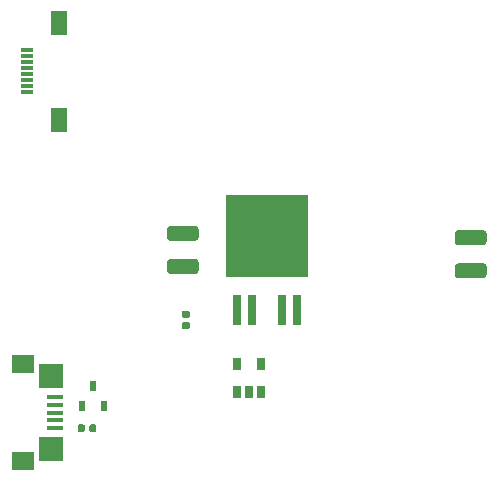
<source format=gbr>
G04 #@! TF.GenerationSoftware,KiCad,Pcbnew,(5.1.4)-1*
G04 #@! TF.CreationDate,2019-11-19T10:04:28+09:00*
G04 #@! TF.ProjectId,signaltowr_hikarikensyutu,7369676e-616c-4746-9f77-725f68696b61,rev?*
G04 #@! TF.SameCoordinates,Original*
G04 #@! TF.FileFunction,Paste,Top*
G04 #@! TF.FilePolarity,Positive*
%FSLAX46Y46*%
G04 Gerber Fmt 4.6, Leading zero omitted, Abs format (unit mm)*
G04 Created by KiCad (PCBNEW (5.1.4)-1) date 2019-11-19 10:04:28*
%MOMM*%
%LPD*%
G04 APERTURE LIST*
%ADD10R,7.000000X7.000000*%
%ADD11R,0.760000X2.500000*%
%ADD12R,0.600000X0.900000*%
%ADD13R,1.350000X0.400000*%
%ADD14R,1.900000X1.600000*%
%ADD15R,2.000000X2.100000*%
%ADD16R,0.800000X1.000000*%
%ADD17R,0.700000X1.000000*%
%ADD18C,0.100000*%
%ADD19C,0.590000*%
%ADD20R,1.050000X0.350000*%
%ADD21R,1.350000X2.000000*%
%ADD22C,1.250000*%
G04 APERTURE END LIST*
D10*
X113538000Y-77978000D03*
D11*
X112268000Y-84228000D03*
X110998000Y-84228000D03*
X116078000Y-84228000D03*
X114808000Y-84228000D03*
D12*
X98806000Y-90678000D03*
X99756000Y-92378000D03*
X97856000Y-92378000D03*
D13*
X95575000Y-92262000D03*
X95575000Y-92912000D03*
X95575000Y-93562000D03*
X95575000Y-91612000D03*
D14*
X92900000Y-97012000D03*
D15*
X95250000Y-96012000D03*
D14*
X92900000Y-88812000D03*
D13*
X95575000Y-94212000D03*
D15*
X95250000Y-89812000D03*
D16*
X111014000Y-88786000D03*
X113014000Y-88786000D03*
X113014000Y-91186000D03*
X111014000Y-91186000D03*
D17*
X112014000Y-91186000D03*
D18*
G36*
X106866958Y-85257710D02*
G01*
X106881276Y-85259834D01*
X106895317Y-85263351D01*
X106908946Y-85268228D01*
X106922031Y-85274417D01*
X106934447Y-85281858D01*
X106946073Y-85290481D01*
X106956798Y-85300202D01*
X106966519Y-85310927D01*
X106975142Y-85322553D01*
X106982583Y-85334969D01*
X106988772Y-85348054D01*
X106993649Y-85361683D01*
X106997166Y-85375724D01*
X106999290Y-85390042D01*
X107000000Y-85404500D01*
X107000000Y-85699500D01*
X106999290Y-85713958D01*
X106997166Y-85728276D01*
X106993649Y-85742317D01*
X106988772Y-85755946D01*
X106982583Y-85769031D01*
X106975142Y-85781447D01*
X106966519Y-85793073D01*
X106956798Y-85803798D01*
X106946073Y-85813519D01*
X106934447Y-85822142D01*
X106922031Y-85829583D01*
X106908946Y-85835772D01*
X106895317Y-85840649D01*
X106881276Y-85844166D01*
X106866958Y-85846290D01*
X106852500Y-85847000D01*
X106507500Y-85847000D01*
X106493042Y-85846290D01*
X106478724Y-85844166D01*
X106464683Y-85840649D01*
X106451054Y-85835772D01*
X106437969Y-85829583D01*
X106425553Y-85822142D01*
X106413927Y-85813519D01*
X106403202Y-85803798D01*
X106393481Y-85793073D01*
X106384858Y-85781447D01*
X106377417Y-85769031D01*
X106371228Y-85755946D01*
X106366351Y-85742317D01*
X106362834Y-85728276D01*
X106360710Y-85713958D01*
X106360000Y-85699500D01*
X106360000Y-85404500D01*
X106360710Y-85390042D01*
X106362834Y-85375724D01*
X106366351Y-85361683D01*
X106371228Y-85348054D01*
X106377417Y-85334969D01*
X106384858Y-85322553D01*
X106393481Y-85310927D01*
X106403202Y-85300202D01*
X106413927Y-85290481D01*
X106425553Y-85281858D01*
X106437969Y-85274417D01*
X106451054Y-85268228D01*
X106464683Y-85263351D01*
X106478724Y-85259834D01*
X106493042Y-85257710D01*
X106507500Y-85257000D01*
X106852500Y-85257000D01*
X106866958Y-85257710D01*
X106866958Y-85257710D01*
G37*
D19*
X106680000Y-85552000D03*
D18*
G36*
X106866958Y-84287710D02*
G01*
X106881276Y-84289834D01*
X106895317Y-84293351D01*
X106908946Y-84298228D01*
X106922031Y-84304417D01*
X106934447Y-84311858D01*
X106946073Y-84320481D01*
X106956798Y-84330202D01*
X106966519Y-84340927D01*
X106975142Y-84352553D01*
X106982583Y-84364969D01*
X106988772Y-84378054D01*
X106993649Y-84391683D01*
X106997166Y-84405724D01*
X106999290Y-84420042D01*
X107000000Y-84434500D01*
X107000000Y-84729500D01*
X106999290Y-84743958D01*
X106997166Y-84758276D01*
X106993649Y-84772317D01*
X106988772Y-84785946D01*
X106982583Y-84799031D01*
X106975142Y-84811447D01*
X106966519Y-84823073D01*
X106956798Y-84833798D01*
X106946073Y-84843519D01*
X106934447Y-84852142D01*
X106922031Y-84859583D01*
X106908946Y-84865772D01*
X106895317Y-84870649D01*
X106881276Y-84874166D01*
X106866958Y-84876290D01*
X106852500Y-84877000D01*
X106507500Y-84877000D01*
X106493042Y-84876290D01*
X106478724Y-84874166D01*
X106464683Y-84870649D01*
X106451054Y-84865772D01*
X106437969Y-84859583D01*
X106425553Y-84852142D01*
X106413927Y-84843519D01*
X106403202Y-84833798D01*
X106393481Y-84823073D01*
X106384858Y-84811447D01*
X106377417Y-84799031D01*
X106371228Y-84785946D01*
X106366351Y-84772317D01*
X106362834Y-84758276D01*
X106360710Y-84743958D01*
X106360000Y-84729500D01*
X106360000Y-84434500D01*
X106360710Y-84420042D01*
X106362834Y-84405724D01*
X106366351Y-84391683D01*
X106371228Y-84378054D01*
X106377417Y-84364969D01*
X106384858Y-84352553D01*
X106393481Y-84340927D01*
X106403202Y-84330202D01*
X106413927Y-84320481D01*
X106425553Y-84311858D01*
X106437969Y-84304417D01*
X106451054Y-84298228D01*
X106464683Y-84293351D01*
X106478724Y-84289834D01*
X106493042Y-84287710D01*
X106507500Y-84287000D01*
X106852500Y-84287000D01*
X106866958Y-84287710D01*
X106866958Y-84287710D01*
G37*
D19*
X106680000Y-84582000D03*
D18*
G36*
X98967958Y-93914710D02*
G01*
X98982276Y-93916834D01*
X98996317Y-93920351D01*
X99009946Y-93925228D01*
X99023031Y-93931417D01*
X99035447Y-93938858D01*
X99047073Y-93947481D01*
X99057798Y-93957202D01*
X99067519Y-93967927D01*
X99076142Y-93979553D01*
X99083583Y-93991969D01*
X99089772Y-94005054D01*
X99094649Y-94018683D01*
X99098166Y-94032724D01*
X99100290Y-94047042D01*
X99101000Y-94061500D01*
X99101000Y-94406500D01*
X99100290Y-94420958D01*
X99098166Y-94435276D01*
X99094649Y-94449317D01*
X99089772Y-94462946D01*
X99083583Y-94476031D01*
X99076142Y-94488447D01*
X99067519Y-94500073D01*
X99057798Y-94510798D01*
X99047073Y-94520519D01*
X99035447Y-94529142D01*
X99023031Y-94536583D01*
X99009946Y-94542772D01*
X98996317Y-94547649D01*
X98982276Y-94551166D01*
X98967958Y-94553290D01*
X98953500Y-94554000D01*
X98658500Y-94554000D01*
X98644042Y-94553290D01*
X98629724Y-94551166D01*
X98615683Y-94547649D01*
X98602054Y-94542772D01*
X98588969Y-94536583D01*
X98576553Y-94529142D01*
X98564927Y-94520519D01*
X98554202Y-94510798D01*
X98544481Y-94500073D01*
X98535858Y-94488447D01*
X98528417Y-94476031D01*
X98522228Y-94462946D01*
X98517351Y-94449317D01*
X98513834Y-94435276D01*
X98511710Y-94420958D01*
X98511000Y-94406500D01*
X98511000Y-94061500D01*
X98511710Y-94047042D01*
X98513834Y-94032724D01*
X98517351Y-94018683D01*
X98522228Y-94005054D01*
X98528417Y-93991969D01*
X98535858Y-93979553D01*
X98544481Y-93967927D01*
X98554202Y-93957202D01*
X98564927Y-93947481D01*
X98576553Y-93938858D01*
X98588969Y-93931417D01*
X98602054Y-93925228D01*
X98615683Y-93920351D01*
X98629724Y-93916834D01*
X98644042Y-93914710D01*
X98658500Y-93914000D01*
X98953500Y-93914000D01*
X98967958Y-93914710D01*
X98967958Y-93914710D01*
G37*
D19*
X98806000Y-94234000D03*
D18*
G36*
X97997958Y-93914710D02*
G01*
X98012276Y-93916834D01*
X98026317Y-93920351D01*
X98039946Y-93925228D01*
X98053031Y-93931417D01*
X98065447Y-93938858D01*
X98077073Y-93947481D01*
X98087798Y-93957202D01*
X98097519Y-93967927D01*
X98106142Y-93979553D01*
X98113583Y-93991969D01*
X98119772Y-94005054D01*
X98124649Y-94018683D01*
X98128166Y-94032724D01*
X98130290Y-94047042D01*
X98131000Y-94061500D01*
X98131000Y-94406500D01*
X98130290Y-94420958D01*
X98128166Y-94435276D01*
X98124649Y-94449317D01*
X98119772Y-94462946D01*
X98113583Y-94476031D01*
X98106142Y-94488447D01*
X98097519Y-94500073D01*
X98087798Y-94510798D01*
X98077073Y-94520519D01*
X98065447Y-94529142D01*
X98053031Y-94536583D01*
X98039946Y-94542772D01*
X98026317Y-94547649D01*
X98012276Y-94551166D01*
X97997958Y-94553290D01*
X97983500Y-94554000D01*
X97688500Y-94554000D01*
X97674042Y-94553290D01*
X97659724Y-94551166D01*
X97645683Y-94547649D01*
X97632054Y-94542772D01*
X97618969Y-94536583D01*
X97606553Y-94529142D01*
X97594927Y-94520519D01*
X97584202Y-94510798D01*
X97574481Y-94500073D01*
X97565858Y-94488447D01*
X97558417Y-94476031D01*
X97552228Y-94462946D01*
X97547351Y-94449317D01*
X97543834Y-94435276D01*
X97541710Y-94420958D01*
X97541000Y-94406500D01*
X97541000Y-94061500D01*
X97541710Y-94047042D01*
X97543834Y-94032724D01*
X97547351Y-94018683D01*
X97552228Y-94005054D01*
X97558417Y-93991969D01*
X97565858Y-93979553D01*
X97574481Y-93967927D01*
X97584202Y-93957202D01*
X97594927Y-93947481D01*
X97606553Y-93938858D01*
X97618969Y-93931417D01*
X97632054Y-93925228D01*
X97645683Y-93920351D01*
X97659724Y-93916834D01*
X97674042Y-93914710D01*
X97688500Y-93914000D01*
X97983500Y-93914000D01*
X97997958Y-93914710D01*
X97997958Y-93914710D01*
G37*
D19*
X97836000Y-94234000D03*
D20*
X93218000Y-65746000D03*
X93218000Y-65246000D03*
X93218000Y-64746000D03*
X93218000Y-64246000D03*
X93218000Y-62246000D03*
X93218000Y-62746000D03*
X93218000Y-63246000D03*
X93218000Y-63746000D03*
D21*
X95968000Y-59896000D03*
X95968000Y-68096000D03*
D18*
G36*
X131909504Y-77478204D02*
G01*
X131933773Y-77481804D01*
X131957571Y-77487765D01*
X131980671Y-77496030D01*
X132002849Y-77506520D01*
X132023893Y-77519133D01*
X132043598Y-77533747D01*
X132061777Y-77550223D01*
X132078253Y-77568402D01*
X132092867Y-77588107D01*
X132105480Y-77609151D01*
X132115970Y-77631329D01*
X132124235Y-77654429D01*
X132130196Y-77678227D01*
X132133796Y-77702496D01*
X132135000Y-77727000D01*
X132135000Y-78477000D01*
X132133796Y-78501504D01*
X132130196Y-78525773D01*
X132124235Y-78549571D01*
X132115970Y-78572671D01*
X132105480Y-78594849D01*
X132092867Y-78615893D01*
X132078253Y-78635598D01*
X132061777Y-78653777D01*
X132043598Y-78670253D01*
X132023893Y-78684867D01*
X132002849Y-78697480D01*
X131980671Y-78707970D01*
X131957571Y-78716235D01*
X131933773Y-78722196D01*
X131909504Y-78725796D01*
X131885000Y-78727000D01*
X129735000Y-78727000D01*
X129710496Y-78725796D01*
X129686227Y-78722196D01*
X129662429Y-78716235D01*
X129639329Y-78707970D01*
X129617151Y-78697480D01*
X129596107Y-78684867D01*
X129576402Y-78670253D01*
X129558223Y-78653777D01*
X129541747Y-78635598D01*
X129527133Y-78615893D01*
X129514520Y-78594849D01*
X129504030Y-78572671D01*
X129495765Y-78549571D01*
X129489804Y-78525773D01*
X129486204Y-78501504D01*
X129485000Y-78477000D01*
X129485000Y-77727000D01*
X129486204Y-77702496D01*
X129489804Y-77678227D01*
X129495765Y-77654429D01*
X129504030Y-77631329D01*
X129514520Y-77609151D01*
X129527133Y-77588107D01*
X129541747Y-77568402D01*
X129558223Y-77550223D01*
X129576402Y-77533747D01*
X129596107Y-77519133D01*
X129617151Y-77506520D01*
X129639329Y-77496030D01*
X129662429Y-77487765D01*
X129686227Y-77481804D01*
X129710496Y-77478204D01*
X129735000Y-77477000D01*
X131885000Y-77477000D01*
X131909504Y-77478204D01*
X131909504Y-77478204D01*
G37*
D22*
X130810000Y-78102000D03*
D18*
G36*
X131909504Y-80278204D02*
G01*
X131933773Y-80281804D01*
X131957571Y-80287765D01*
X131980671Y-80296030D01*
X132002849Y-80306520D01*
X132023893Y-80319133D01*
X132043598Y-80333747D01*
X132061777Y-80350223D01*
X132078253Y-80368402D01*
X132092867Y-80388107D01*
X132105480Y-80409151D01*
X132115970Y-80431329D01*
X132124235Y-80454429D01*
X132130196Y-80478227D01*
X132133796Y-80502496D01*
X132135000Y-80527000D01*
X132135000Y-81277000D01*
X132133796Y-81301504D01*
X132130196Y-81325773D01*
X132124235Y-81349571D01*
X132115970Y-81372671D01*
X132105480Y-81394849D01*
X132092867Y-81415893D01*
X132078253Y-81435598D01*
X132061777Y-81453777D01*
X132043598Y-81470253D01*
X132023893Y-81484867D01*
X132002849Y-81497480D01*
X131980671Y-81507970D01*
X131957571Y-81516235D01*
X131933773Y-81522196D01*
X131909504Y-81525796D01*
X131885000Y-81527000D01*
X129735000Y-81527000D01*
X129710496Y-81525796D01*
X129686227Y-81522196D01*
X129662429Y-81516235D01*
X129639329Y-81507970D01*
X129617151Y-81497480D01*
X129596107Y-81484867D01*
X129576402Y-81470253D01*
X129558223Y-81453777D01*
X129541747Y-81435598D01*
X129527133Y-81415893D01*
X129514520Y-81394849D01*
X129504030Y-81372671D01*
X129495765Y-81349571D01*
X129489804Y-81325773D01*
X129486204Y-81301504D01*
X129485000Y-81277000D01*
X129485000Y-80527000D01*
X129486204Y-80502496D01*
X129489804Y-80478227D01*
X129495765Y-80454429D01*
X129504030Y-80431329D01*
X129514520Y-80409151D01*
X129527133Y-80388107D01*
X129541747Y-80368402D01*
X129558223Y-80350223D01*
X129576402Y-80333747D01*
X129596107Y-80319133D01*
X129617151Y-80306520D01*
X129639329Y-80296030D01*
X129662429Y-80287765D01*
X129686227Y-80281804D01*
X129710496Y-80278204D01*
X129735000Y-80277000D01*
X131885000Y-80277000D01*
X131909504Y-80278204D01*
X131909504Y-80278204D01*
G37*
D22*
X130810000Y-80902000D03*
D18*
G36*
X107525504Y-77100204D02*
G01*
X107549773Y-77103804D01*
X107573571Y-77109765D01*
X107596671Y-77118030D01*
X107618849Y-77128520D01*
X107639893Y-77141133D01*
X107659598Y-77155747D01*
X107677777Y-77172223D01*
X107694253Y-77190402D01*
X107708867Y-77210107D01*
X107721480Y-77231151D01*
X107731970Y-77253329D01*
X107740235Y-77276429D01*
X107746196Y-77300227D01*
X107749796Y-77324496D01*
X107751000Y-77349000D01*
X107751000Y-78099000D01*
X107749796Y-78123504D01*
X107746196Y-78147773D01*
X107740235Y-78171571D01*
X107731970Y-78194671D01*
X107721480Y-78216849D01*
X107708867Y-78237893D01*
X107694253Y-78257598D01*
X107677777Y-78275777D01*
X107659598Y-78292253D01*
X107639893Y-78306867D01*
X107618849Y-78319480D01*
X107596671Y-78329970D01*
X107573571Y-78338235D01*
X107549773Y-78344196D01*
X107525504Y-78347796D01*
X107501000Y-78349000D01*
X105351000Y-78349000D01*
X105326496Y-78347796D01*
X105302227Y-78344196D01*
X105278429Y-78338235D01*
X105255329Y-78329970D01*
X105233151Y-78319480D01*
X105212107Y-78306867D01*
X105192402Y-78292253D01*
X105174223Y-78275777D01*
X105157747Y-78257598D01*
X105143133Y-78237893D01*
X105130520Y-78216849D01*
X105120030Y-78194671D01*
X105111765Y-78171571D01*
X105105804Y-78147773D01*
X105102204Y-78123504D01*
X105101000Y-78099000D01*
X105101000Y-77349000D01*
X105102204Y-77324496D01*
X105105804Y-77300227D01*
X105111765Y-77276429D01*
X105120030Y-77253329D01*
X105130520Y-77231151D01*
X105143133Y-77210107D01*
X105157747Y-77190402D01*
X105174223Y-77172223D01*
X105192402Y-77155747D01*
X105212107Y-77141133D01*
X105233151Y-77128520D01*
X105255329Y-77118030D01*
X105278429Y-77109765D01*
X105302227Y-77103804D01*
X105326496Y-77100204D01*
X105351000Y-77099000D01*
X107501000Y-77099000D01*
X107525504Y-77100204D01*
X107525504Y-77100204D01*
G37*
D22*
X106426000Y-77724000D03*
D18*
G36*
X107525504Y-79900204D02*
G01*
X107549773Y-79903804D01*
X107573571Y-79909765D01*
X107596671Y-79918030D01*
X107618849Y-79928520D01*
X107639893Y-79941133D01*
X107659598Y-79955747D01*
X107677777Y-79972223D01*
X107694253Y-79990402D01*
X107708867Y-80010107D01*
X107721480Y-80031151D01*
X107731970Y-80053329D01*
X107740235Y-80076429D01*
X107746196Y-80100227D01*
X107749796Y-80124496D01*
X107751000Y-80149000D01*
X107751000Y-80899000D01*
X107749796Y-80923504D01*
X107746196Y-80947773D01*
X107740235Y-80971571D01*
X107731970Y-80994671D01*
X107721480Y-81016849D01*
X107708867Y-81037893D01*
X107694253Y-81057598D01*
X107677777Y-81075777D01*
X107659598Y-81092253D01*
X107639893Y-81106867D01*
X107618849Y-81119480D01*
X107596671Y-81129970D01*
X107573571Y-81138235D01*
X107549773Y-81144196D01*
X107525504Y-81147796D01*
X107501000Y-81149000D01*
X105351000Y-81149000D01*
X105326496Y-81147796D01*
X105302227Y-81144196D01*
X105278429Y-81138235D01*
X105255329Y-81129970D01*
X105233151Y-81119480D01*
X105212107Y-81106867D01*
X105192402Y-81092253D01*
X105174223Y-81075777D01*
X105157747Y-81057598D01*
X105143133Y-81037893D01*
X105130520Y-81016849D01*
X105120030Y-80994671D01*
X105111765Y-80971571D01*
X105105804Y-80947773D01*
X105102204Y-80923504D01*
X105101000Y-80899000D01*
X105101000Y-80149000D01*
X105102204Y-80124496D01*
X105105804Y-80100227D01*
X105111765Y-80076429D01*
X105120030Y-80053329D01*
X105130520Y-80031151D01*
X105143133Y-80010107D01*
X105157747Y-79990402D01*
X105174223Y-79972223D01*
X105192402Y-79955747D01*
X105212107Y-79941133D01*
X105233151Y-79928520D01*
X105255329Y-79918030D01*
X105278429Y-79909765D01*
X105302227Y-79903804D01*
X105326496Y-79900204D01*
X105351000Y-79899000D01*
X107501000Y-79899000D01*
X107525504Y-79900204D01*
X107525504Y-79900204D01*
G37*
D22*
X106426000Y-80524000D03*
M02*

</source>
